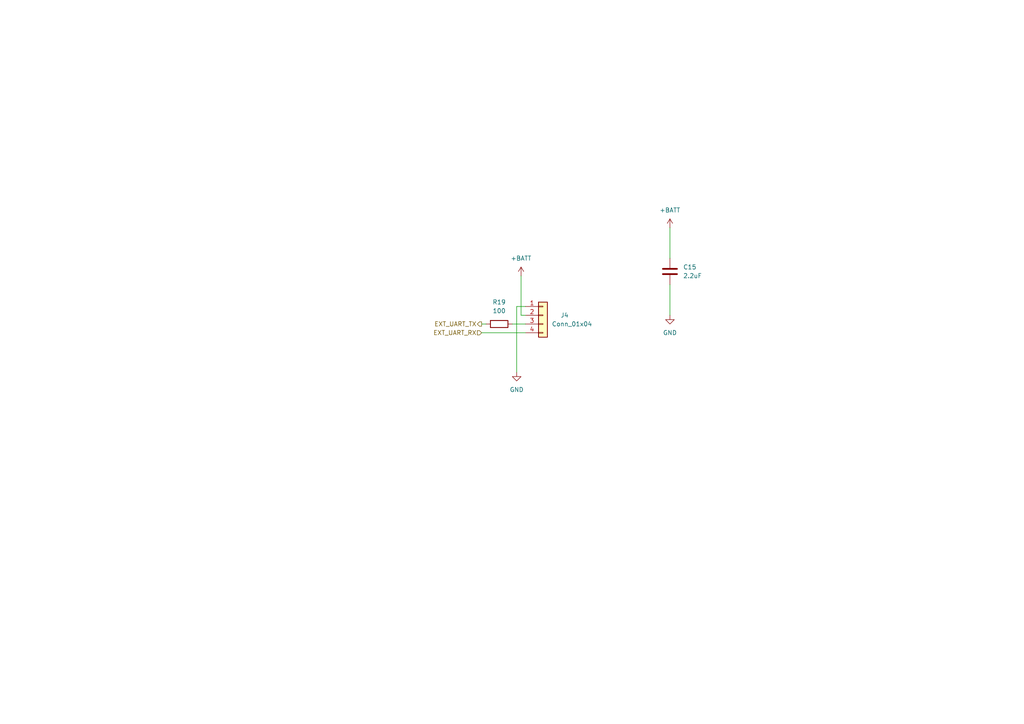
<source format=kicad_sch>
(kicad_sch (version 20230121) (generator eeschema)
  (paper "A4")
  (lib_symbols
    (symbol "Connector_Generic:Conn_01x04" (pin_names (offset 1.016) hide)
      (property "Reference" "J" (at 0 5.08 0))
      (property "Value" "Conn_01x04" (at 0 -7.62 0))
      (symbol "Conn_01x04_1_1"
        (rectangle (start -1.27 -4.953) (end 0 -5.207) (stroke (width 0.1524)))
        (rectangle (start -1.27 -2.413) (end 0 -2.667) (stroke (width 0.1524)))
        (rectangle (start -1.27 0.127) (end 0 -0.127) (stroke (width 0.1524)))
        (rectangle (start -1.27 2.667) (end 0 2.413) (stroke (width 0.1524)))
        (rectangle (start -1.27 3.81) (end 1.27 -6.35) (stroke (width 0.254)) (fill (type background)))
        (pin passive line (at -5.08 2.54 0) (length 3.81) (name "Pin_1") (number "1"))
        (pin passive line (at -5.08 0 0) (length 3.81) (name "Pin_2") (number "2"))
        (pin passive line (at -5.08 -2.54 0) (length 3.81) (name "Pin_3") (number "3"))
        (pin passive line (at -5.08 -5.08 0) (length 3.81) (name "Pin_4") (number "4"))
      )
    )
    (symbol "Device:C" (pin_numbers hide) (pin_names (offset 0.254))
      (property "Reference" "C" (at 0.635 2.54 0))
      (property "Value" "C" (at 0.635 -2.54 0))
      (symbol "C_0_1"
        (polyline (pts (xy -2.032 -0.762) (xy 2.032 -0.762)) (stroke (width 0.508)))
        (polyline (pts (xy -2.032 0.762) (xy 2.032 0.762)) (stroke (width 0.508)))
      )
      (symbol "C_1_1"
        (pin passive line (at 0 3.81 270) (length 2.794) (name "~") (number "1"))
        (pin passive line (at 0 -3.81 90) (length 2.794) (name "~") (number "2"))
      )
    )
    (symbol "Device:R" (pin_numbers hide) (pin_names (offset 0))
      (property "Reference" "R" (at 2.032 0 90))
      (property "Value" "R" (at 0 0 90))
      (symbol "R_0_1"
        (rectangle (start -1.016 -2.54) (end 1.016 2.54) (stroke (width 0.254)))
      )
      (symbol "R_1_1"
        (pin passive line (at 0 3.81 270) (length 1.27) (name "~") (number "1"))
        (pin passive line (at 0 -3.81 90) (length 1.27) (name "~") (number "2"))
      )
    )
    (symbol "power:+BATT" (power) (pin_names (offset 0))
      (property "Value" "+BATT" (at 0 3.556 0))
      (symbol "+BATT_0_1"
        (polyline (pts (xy -0.762 1.27) (xy 0 2.54)))
        (polyline (pts (xy 0 0) (xy 0 2.54)))
        (polyline (pts (xy 0 2.54) (xy 0.762 1.27)))
      )
      (symbol "+BATT_1_1"
        (pin power_in line (at 0 0 90) (length 0) hide (name "+BATT") (number "1"))
      )
    )
    (symbol "power:GND" (power) (pin_names (offset 0))
      (property "Value" "GND" (at 0 -3.81 0))
      (symbol "GND_0_1"
        (polyline (pts (xy 0 0) (xy 0 -1.27) (xy 1.27 -1.27) (xy 0 -2.54) (xy -1.27 -1.27) (xy 0 -1.27)))
      )
      (symbol "GND_1_1"
        (pin power_in line (at 0 0 270) (length 0) hide (name "GND") (number "1"))
      )
    )
  )
  (wire (pts (xy 194.31 82.55) (xy 194.31 91.44)))
  (wire (pts (xy 148.59 93.98) (xy 152.4 93.98)))
  (wire (pts (xy 139.7 93.98) (xy 140.97 93.98)))
  (wire (pts (xy 149.86 88.9) (xy 152.4 88.9)))
  (wire (pts (xy 151.13 91.44) (xy 151.13 80.01)))
  (wire (pts (xy 149.86 88.9) (xy 149.86 107.95)))
  (wire (pts (xy 194.31 66.04) (xy 194.31 74.93)))
  (wire (pts (xy 151.13 91.44) (xy 152.4 91.44)))
  (wire (pts (xy 139.7 96.52) (xy 152.4 96.52)))
  (hierarchical_label "EXT_UART_TX" (shape output) (at 139.7 93.98 180))
  (hierarchical_label "EXT_UART_RX" (shape input) (at 139.7 96.52 180))
  (symbol (lib_id "Device:R") (at 144.78 93.98 90) (unit 1)
    (property "Reference" "R19" (at 144.78 87.63 90))
    (property "Value" "100" (at 144.78 90.17 90))
    (property "Footprint" "Resistor_SMD:R_0603_1608Metric" (effects hide))
  )
  (symbol (lib_id "power:+BATT") (at 151.13 80.01 0) (unit 1)
    (property "Reference" "#PWR017" (effects hide))
    (property "Value" "+BATT" (at 151.13 74.93 0))
  )
  (symbol (lib_id "power:GND") (at 194.31 91.44 0) (unit 1)
    (property "Reference" "#PWR034" (effects hide))
    (property "Value" "GND" (at 194.31 96.52 0))
  )
  (symbol (lib_id "Device:C") (at 194.31 78.74 0) (unit 1)
    (property "Reference" "C15" (at 198.12 77.47 0) (effects (justify left)))
    (property "Value" "2.2uF" (at 198.12 80.01 0) (effects (justify left)))
    (property "Footprint" "Capacitor_SMD:C_0603_1608Metric" (effects hide))
  )
  (symbol (lib_id "power:+BATT") (at 194.31 66.04 0) (unit 1)
    (property "Reference" "#PWR033" (effects hide))
    (property "Value" "+BATT" (at 194.31 60.96 0))
  )
  (symbol (lib_id "power:GND") (at 149.86 107.95 0) (unit 1)
    (property "Reference" "#PWR014" (effects hide))
    (property "Value" "GND" (at 149.86 113.03 0))
  )
  (symbol (lib_id "Connector_Generic:Conn_01x04") (at 157.48 91.44 0) (unit 1)
    (property "Reference" "J4" (at 162.56 91.44 0) (effects (justify left)))
    (property "Value" "Conn_01x04" (at 160.02 93.98 0) (effects (justify left)))
    (property "Footprint" "Connector_PinHeader_2.54mm:PinHeader_1x04_P2.54mm_Vertical" (effects hide))
  )
)
</source>
